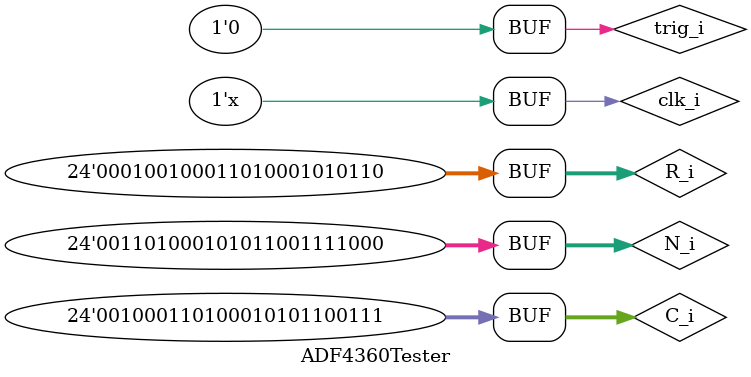
<source format=v>
`timescale 1ns / 1ps


module ADF4360Tester;
	localparam HCLK = 5;
	localparam CLK = 10;

	// Inputs
	reg clk_i;
	reg trig_i;
	reg [23:0] R_i;
	reg [23:0] C_i;
	reg [23:0] N_i;

	// Outputs
	wire ready_o;
	wire sdata_o;
	wire clk_o;
	wire le_o;

	// Instantiate the Unit Under Test (UUT)
	ADF4360 uut (
		.clk_i(clk_i), 
		.trig_i(trig_i), 
		.ready_o(ready_o), 
		.R_i(R_i), 
		.C_i(C_i), 
		.N_i(N_i), 
		.sdata_o(sdata_o), 
		.clk_o(clk_o), 
		.le_o(le_o)
	);

	initial begin
		// Initialize Inputs
		clk_i = 0;
		trig_i = 0;
		R_i = 24'h123456;
		C_i = 24'h234567;
		N_i = 24'h345678;

		// Wait 100 ns for global reset to finish
		#100;
        
		// Add stimulus here
		trig_i = 1;
		#CLK;
		trig_i = 0;

	end
	
	always # HCLK clk_i = ~clk_i;
      
endmodule


</source>
